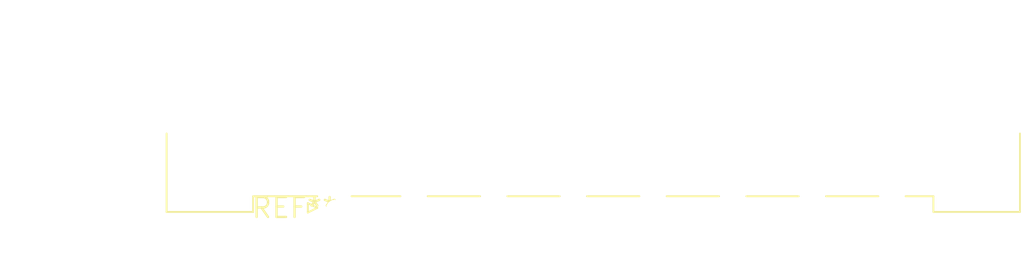
<source format=kicad_pcb>
(kicad_pcb (version 20240108) (generator pcbnew)
  (layers (0 "F.Cu" signal) (31 "B.Cu" signal) (34 "B.Paste" user) (35 "F.Paste" user) (36 "B.SilkS" user "B.Silkscreen") (37 "F.SilkS" user "F.Silkscreen") (38 "B.Mask" user) (39 "F.Mask" user) (44 "Edge.Cuts" user))
  (net 0 "")
  (footprint "DIN41612_B2_2x8_Male_Horizontal_THT" (layer "F.Cu") (at 0 0)
    (property "Reference" "REF**")
    (property "Value" "DIN41612_B2_2x8_Male_Horizontal_THT")
    (fp_line (start -8.16 -4.74) (end -8.16 0.26) (layer "F.SilkS") (stroke (width 0.12)))
    (fp_line (start -8.16 0.26) (end -2.64 0.26) (layer "F.SilkS") (stroke (width 0.12)))
    (fp_line (start -2.64 -0.74) (end 1.445 -0.74) (layer "F.SilkS") (stroke (width 0.12)))
    (fp_line (start -2.64 0.26) (end -2.64 -0.74) (layer "F.SilkS") (stroke (width 0.12)))
    (fp_line (start 0.845 -0.3) (end 0.845 0.3) (layer "F.SilkS") (stroke (width 0.12)))
    (fp_line (start 0.845 0.3) (end 1.445 0) (layer "F.SilkS") (stroke (width 0.12)))
    (fp_line (start 1.445 0) (end 0.845 -0.3) (layer "F.SilkS") (stroke (width 0.12)))
    (fp_line (start 3.635 -0.74) (end 6.751 -0.74) (layer "F.SilkS") (stroke (width 0.12)))
    (fp_line (start 8.49 -0.74) (end 11.831 -0.74) (layer "F.SilkS") (stroke (width 0.12)))
    (fp_line (start 13.57 -0.74) (end 16.911 -0.74) (layer "F.SilkS") (stroke (width 0.12)))
    (fp_line (start 18.65 -0.74) (end 21.991 -0.74) (layer "F.SilkS") (stroke (width 0.12)))
    (fp_line (start 23.73 -0.74) (end 27.071 -0.74) (layer "F.SilkS") (stroke (width 0.12)))
    (fp_line (start 28.81 -0.74) (end 32.151 -0.74) (layer "F.SilkS") (stroke (width 0.12)))
    (fp_line (start 33.89 -0.74) (end 37.231 -0.74) (layer "F.SilkS") (stroke (width 0.12)))
    (fp_line (start 38.97 -0.74) (end 40.74 -0.74) (layer "F.SilkS") (stroke (width 0.12)))
    (fp_line (start 40.74 0.26) (end 40.74 -0.74) (layer "F.SilkS") (stroke (width 0.12)))
    (fp_line (start 46.26 -4.74) (end 46.26 0.26) (layer "F.SilkS") (stroke (width 0.12)))
    (fp_line (start 46.26 0.26) (end 40.74 0.26) (layer "F.SilkS") (stroke (width 0.12)))
    (pad "" np_thru_hole circle (at -5.08 -2.54) (size 2.85 2.85) (drill 2.85) (layers *.Cu *.Mask))
    (pad "" np_thru_hole circle (at 43.18 -2.54) (size 2.85 2.85) (drill 2.85) (layers *.Cu *.Mask))
    (pad "a2" thru_hole roundrect (at 2.54 0) (size 1.55 1.55) (drill 1) (layers *.Cu *.Mask) (remove_unused_layers) (roundrect_rratio 0.16129))
    (pad "a4" thru_hole circle (at 7.62 0) (size 1.55 1.55) (drill 1) (layers *.Cu *.Mask) (remove_unused_layers))
    (pad "a6" thru_hole circle (at 12.7 0) (size 1.55 1.55) (drill 1) (layers *.Cu *.Mask) (remove_unused_layers))
    (pad "a8" thru_hole circle (at 17.78 0) (size 1.55 1.55) (drill 1) (layers *.Cu *.Mask) (remove_unused_layers))
    (pad "a10" thru_hole circle (at 22.86 0) (size 1.55 1.55) (drill 1) (layers *.Cu *.Mask) (remove_unused_layers))
    (pad "a12" thru_hole circle (at 27.94 0) (size 1.55 1.55) (drill 1) (layers *.Cu *.Mask) (remove_unused_layers))
    (pad "a14" thru_hole circle (at 33.02 0) (size 1.55 1.55) (drill 1) (layers *.Cu *.Mask) (remove_unused_layers))
    (pad "a16" thru_hole circle (at 38.1 0) (size 1.55 1.55) (drill 1) (layers *.Cu *.Mask) (remove_unused_layers))
    (pad "b2" thru_hole circle (at 2.54 2.54) (size 1.55 1.55) (drill 1) (layers *.Cu *.Mask) (remove_unused_layers))
    (pad "b4" thru_hole circle (at 7.62 2.54) (size 1.55 1.55) (drill 1) (layers *.Cu *.Mask) (remove_unused_layers))
    (pad "b6" thru_hole circle (at 12.7 2.54) (size 1.55 1.55) (drill 1) (layers *.Cu *.Mask) (remove_unused_layers))
    (pad "b8" thru_hole circle (at 17.78 2.54) (size 1.55 1.55) (drill 1) (layers *.Cu *.Mask) (remove_unused_layers))
    (pad "b10" thru_hole circle (at 22.86 2.54) (size 1.55 1.55) (drill 1) (layers *.Cu *.Mask) (remove_unused_layers))
    (pad "b12" thru_hole circle (at 27.94 2.54) (size 1.55 1.55) (drill 1) (layers *.Cu *.Mask) (remove_unused_layers))
    (pad "b14" thru_hole circle (at 33.02 2.54) (size 1.55 1.55) (drill 1) (layers *.Cu *.Mask) (remove_unused_layers))
    (pad "b16" thru_hole circle (at 38.1 2.54) (size 1.55 1.55) (drill 1) (layers *.Cu *.Mask) (remove_unused_layers))
  )
)
</source>
